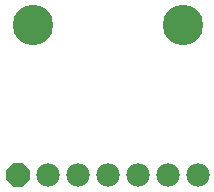
<source format=gbr>
G04 EAGLE Gerber RS-274X export*
G75*
%MOMM*%
%FSLAX34Y34*%
%LPD*%
%INSoldermask Bottom*%
%IPPOS*%
%AMOC8*
5,1,8,0,0,1.08239X$1,22.5*%
G01*
%ADD10C,3.419200*%
%ADD11P,2.144431X8X112.500000*%
%ADD12C,1.981200*%


D10*
X25400Y152400D03*
X152400Y152400D03*
D11*
X12700Y25400D03*
D12*
X38100Y25400D03*
X63500Y25400D03*
X88900Y25400D03*
X114300Y25400D03*
X139700Y25400D03*
X165100Y25400D03*
M02*

</source>
